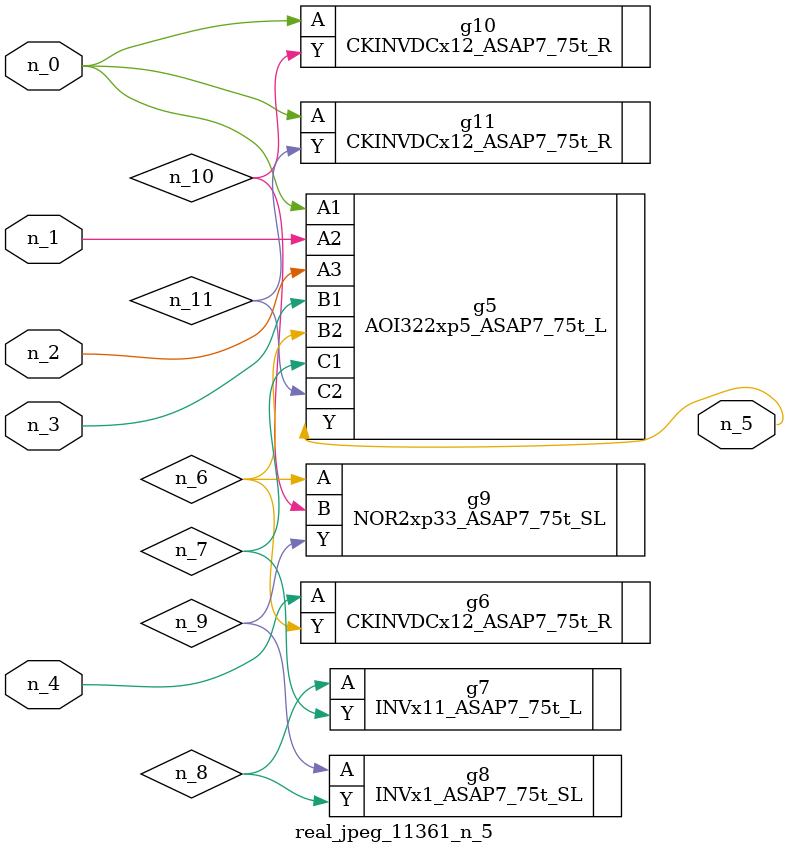
<source format=v>
module real_jpeg_11361_n_5 (n_4, n_0, n_1, n_2, n_3, n_5);

input n_4;
input n_0;
input n_1;
input n_2;
input n_3;

output n_5;

wire n_8;
wire n_11;
wire n_6;
wire n_7;
wire n_10;
wire n_9;

AOI322xp5_ASAP7_75t_L g5 ( 
.A1(n_0),
.A2(n_1),
.A3(n_2),
.B1(n_3),
.B2(n_6),
.C1(n_7),
.C2(n_11),
.Y(n_5)
);

CKINVDCx12_ASAP7_75t_R g10 ( 
.A(n_0),
.Y(n_10)
);

CKINVDCx12_ASAP7_75t_R g11 ( 
.A(n_0),
.Y(n_11)
);

CKINVDCx12_ASAP7_75t_R g6 ( 
.A(n_4),
.Y(n_6)
);

NOR2xp33_ASAP7_75t_SL g9 ( 
.A(n_6),
.B(n_10),
.Y(n_9)
);

INVx11_ASAP7_75t_L g7 ( 
.A(n_8),
.Y(n_7)
);

INVx1_ASAP7_75t_SL g8 ( 
.A(n_9),
.Y(n_8)
);


endmodule
</source>
